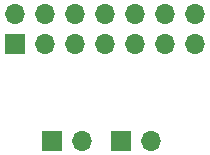
<source format=gbr>
%TF.GenerationSoftware,KiCad,Pcbnew,7.0.6-0*%
%TF.CreationDate,2024-10-04T12:43:47+02:00*%
%TF.ProjectId,Z3660_CPLD_prog,5a333636-305f-4435-904c-445f70726f67,rev?*%
%TF.SameCoordinates,Original*%
%TF.FileFunction,Soldermask,Bot*%
%TF.FilePolarity,Negative*%
%FSLAX46Y46*%
G04 Gerber Fmt 4.6, Leading zero omitted, Abs format (unit mm)*
G04 Created by KiCad (PCBNEW 7.0.6-0) date 2024-10-04 12:43:47*
%MOMM*%
%LPD*%
G01*
G04 APERTURE LIST*
%ADD10R,1.700000X1.700000*%
%ADD11O,1.700000X1.700000*%
G04 APERTURE END LIST*
D10*
%TO.C,J2*%
X136650000Y-54350000D03*
D11*
X139190000Y-54350000D03*
%TD*%
D10*
%TO.C,J1*%
X142490000Y-54350000D03*
D11*
X145030000Y-54350000D03*
%TD*%
D10*
%TO.C,J3*%
X133480000Y-46100000D03*
D11*
X133480000Y-43560000D03*
X136020000Y-46100000D03*
X136020000Y-43560000D03*
X138560000Y-46100000D03*
X138560000Y-43560000D03*
X141100000Y-46100000D03*
X141100000Y-43560000D03*
X143640000Y-46100000D03*
X143640000Y-43560000D03*
X146180000Y-46100000D03*
X146180000Y-43560000D03*
X148720000Y-46100000D03*
X148720000Y-43560000D03*
%TD*%
M02*

</source>
